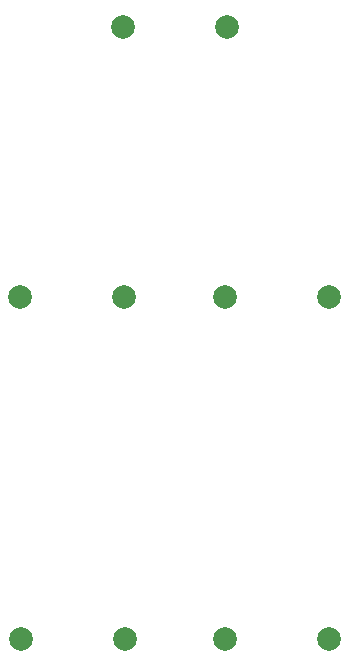
<source format=gbr>
%TF.GenerationSoftware,KiCad,Pcbnew,5.0.2-bee76a0~70~ubuntu18.04.1*%
%TF.CreationDate,2019-03-25T18:17:25+11:00*%
%TF.ProjectId,minimoog,6d696e69-6d6f-46f6-972e-6b696361645f,rev?*%
%TF.SameCoordinates,Original*%
%TF.FileFunction,NonPlated,1,2,NPTH,Drill*%
%TF.FilePolarity,Positive*%
%FSLAX46Y46*%
G04 Gerber Fmt 4.6, Leading zero omitted, Abs format (unit mm)*
G04 Created by KiCad (PCBNEW 5.0.2-bee76a0~70~ubuntu18.04.1) date Mon 25 Mar 2019 18:17:25 AEDT*
%MOMM*%
%LPD*%
G01*
G04 APERTURE LIST*
%TA.AperFunction,ComponentDrill*%
%ADD10C,2.000000*%
%TD*%
G04 APERTURE END LIST*
D10*
%TO.C,RV1*%
X135300000Y-44816000D03*
%TO.C,RV2*%
X126664000Y-96632000D03*
X135464000Y-96632000D03*
%TO.C,RV3*%
X143936000Y-67676000D03*
X152736000Y-67676000D03*
%TO.C,RV4*%
X143936000Y-96632000D03*
X152736000Y-96632000D03*
%TO.C,RV1*%
X144100000Y-44816000D03*
%TO.C,RV8*%
X126624000Y-67676000D03*
X135424000Y-67676000D03*
M02*

</source>
